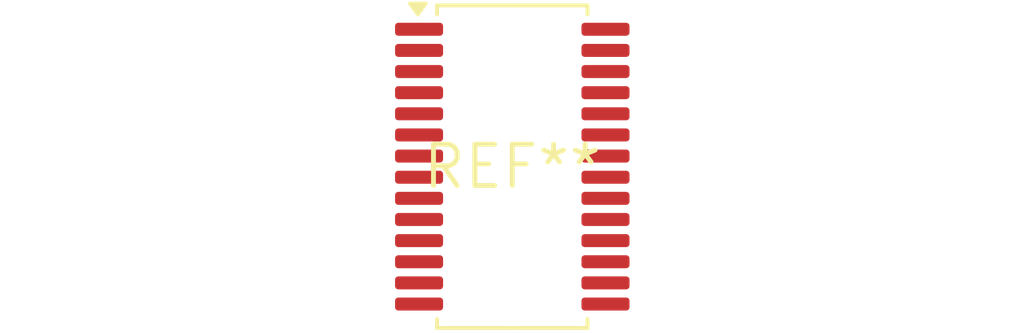
<source format=kicad_pcb>
(kicad_pcb (version 20240108) (generator pcbnew)
  (layers (0 "F.Cu" signal) (31 "B.Cu" signal) (34 "B.Paste" user) (35 "F.Paste" user) (36 "B.SilkS" user "B.Silkscreen") (37 "F.SilkS" user "F.Silkscreen") (38 "B.Mask" user) (39 "F.Mask" user) (44 "Edge.Cuts" user))
  (net 0 "")
  (footprint "TSSOP-28_4.4x9.7mm_P0.65mm" (layer "F.Cu") (at 0 0)
    (property "Reference" "REF**")
    (property "Value" "TSSOP-28_4.4x9.7mm_P0.65mm")
    (fp_line (start -2.31 -4.96) (end -2.31 -4.685) (layer "F.SilkS") (stroke (width 0.12)))
    (fp_line (start -2.31 4.96) (end -2.31 4.685) (layer "F.SilkS") (stroke (width 0.12)))
    (fp_line (start 0 -4.96) (end -2.31 -4.96) (layer "F.SilkS") (stroke (width 0.12)))
    (fp_line (start 0 -4.96) (end 2.31 -4.96) (layer "F.SilkS") (stroke (width 0.12)))
    (fp_line (start 0 4.96) (end -2.31 4.96) (layer "F.SilkS") (stroke (width 0.12)))
    (fp_line (start 0 4.96) (end 2.31 4.96) (layer "F.SilkS") (stroke (width 0.12)))
    (fp_line (start 2.31 -4.96) (end 2.31 -4.685) (layer "F.SilkS") (stroke (width 0.12)))
    (fp_line (start 2.31 4.96) (end 2.31 4.685) (layer "F.SilkS") (stroke (width 0.12)))
    (fp_poly (pts (xy -2.9 -4.685) (xy -3.14 -5.015) (xy -2.66 -5.015) (xy -2.9 -4.685)) (layer "F.SilkS") (stroke (width 0.12)) (fill solid))
    (pad "1" smd roundrect (at -2.8625 -4.225) (size 1.475 0.4) (layers "F.Cu" "F.Paste" "F.Mask"))
    (pad "2" smd roundrect (at -2.8625 -3.575) (size 1.475 0.4) (layers "F.Cu" "F.Paste" "F.Mask"))
    (pad "3" smd roundrect (at -2.8625 -2.925) (size 1.475 0.4) (layers "F.Cu" "F.Paste" "F.Mask"))
    (pad "4" smd roundrect (at -2.8625 -2.275) (size 1.475 0.4) (layers "F.Cu" "F.Paste" "F.Mask"))
    (pad "5" smd roundrect (at -2.8625 -1.625) (size 1.475 0.4) (layers "F.Cu" "F.Paste" "F.Mask"))
    (pad "6" smd roundrect (at -2.8625 -0.975) (size 1.475 0.4) (layers "F.Cu" "F.Paste" "F.Mask"))
    (pad "7" smd roundrect (at -2.8625 -0.325) (size 1.475 0.4) (layers "F.Cu" "F.Paste" "F.Mask"))
    (pad "8" smd roundrect (at -2.8625 0.325) (size 1.475 0.4) (layers "F.Cu" "F.Paste" "F.Mask"))
    (pad "9" smd roundrect (at -2.8625 0.975) (size 1.475 0.4) (layers "F.Cu" "F.Paste" "F.Mask"))
    (pad "10" smd roundrect (at -2.8625 1.625) (size 1.475 0.4) (layers "F.Cu" "F.Paste" "F.Mask"))
    (pad "11" smd roundrect (at -2.8625 2.275) (size 1.475 0.4) (layers "F.Cu" "F.Paste" "F.Mask"))
    (pad "12" smd roundrect (at -2.8625 2.925) (size 1.475 0.4) (layers "F.Cu" "F.Paste" "F.Mask"))
    (pad "13" smd roundrect (at -2.8625 3.575) (size 1.475 0.4) (layers "F.Cu" "F.Paste" "F.Mask"))
    (pad "14" smd roundrect (at -2.8625 4.225) (size 1.475 0.4) (layers "F.Cu" "F.Paste" "F.Mask"))
    (pad "15" smd roundrect (at 2.8625 4.225) (size 1.475 0.4) (layers "F.Cu" "F.Paste" "F.Mask"))
    (pad "16" smd roundrect (at 2.8625 3.575) (size 1.475 0.4) (layers "F.Cu" "F.Paste" "F.Mask"))
    (pad "17" smd roundrect (at 2.8625 2.925) (size 1.475 0.4) (layers "F.Cu" "F.Paste" "F.Mask"))
    (pad "18" smd roundrect (at 2.8625 2.275) (size 1.475 0.4) (layers "F.Cu" "F.Paste" "F.Mask"))
    (pad "19" smd roundrect (at 2.8625 1.625) (size 1.475 0.4) (layers "F.Cu" "F.Paste" "F.Mask"))
    (pad "20" smd roundrect (at 2.8625 0.975) (size 1.475 0.4) (layers "F.Cu" "F.Paste" "F.Mask"))
    (pad "21" smd roundrect (at 2.8625 0.325) (size 1.475 0.4) (layers "F.Cu" "F.Paste" "F.Mask"))
    (pad "22" smd roundrect (at 2.8625 -0.325) (size 1.475 0.4) (layers "F.Cu" "F.Paste" "F.Mask"))
    (pad "23" smd roundrect (at 2.8625 -0.975) (size 1.475 0.4) (layers "F.Cu" "F.Paste" "F.Mask"))
    (pad "24" smd roundrect (at 2.8625 -1.625) (size 1.475 0.4) (layers "F.Cu" "F.Paste" "F.Mask"))
    (pad "25" smd roundrect (at 2.8625 -2.275) (size 1.475 0.4) (layers "F.Cu" "F.Paste" "F.Mask"))
    (pad "26" smd roundrect (at 2.8625 -2.925) (size 1.475 0.4) (layers "F.Cu" "F.Paste" "F.Mask"))
    (pad "27" smd roundrect (at 2.8625 -3.575) (size 1.475 0.4) (layers "F.Cu" "F.Paste" "F.Mask"))
    (pad "28" smd roundrect (at 2.8625 -4.225) (size 1.475 0.4) (layers "F.Cu" "F.Paste" "F.Mask"))
  )
)
</source>
